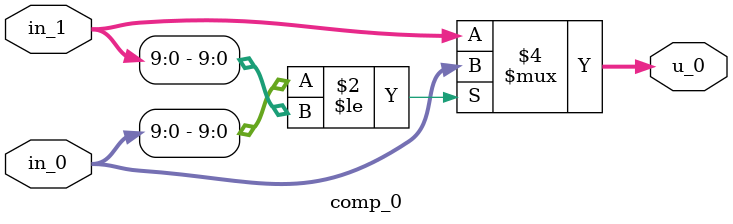
<source format=sv>
module comp_0(input logic[18:0] in_0, input logic[18:0] in_1, output logic[18:0] u_0);

always_comb begin
if(in_0[9:0] <= in_1[9:0])
    u_0 = in_0;
else
    u_0 = in_1;
end

endmodule

</source>
